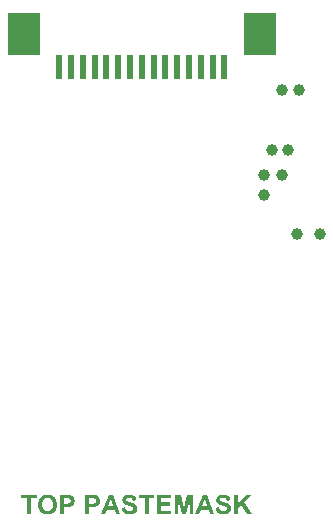
<source format=gtp>
G04*
G04 #@! TF.GenerationSoftware,Altium Limited,Altium Designer,22.5.1 (42)*
G04*
G04 Layer_Color=8421504*
%FSLAX25Y25*%
%MOIN*%
G70*
G04*
G04 #@! TF.SameCoordinates,A2539C74-7FEE-43BD-A04A-5197B4AA8E51*
G04*
G04*
G04 #@! TF.FilePolarity,Positive*
G04*
G01*
G75*
%ADD12R,0.02402X0.07874*%
%ADD13R,0.10551X0.14173*%
%ADD14C,0.03937*%
G36*
X85687Y-68746D02*
X85789Y-68755D01*
X85909Y-68764D01*
X86030Y-68783D01*
X86168Y-68801D01*
X86464Y-68866D01*
X86612Y-68912D01*
X86760Y-68959D01*
X86908Y-69023D01*
X87047Y-69097D01*
X87177Y-69181D01*
X87297Y-69273D01*
X87306Y-69282D01*
X87325Y-69301D01*
X87352Y-69329D01*
X87389Y-69366D01*
X87436Y-69421D01*
X87491Y-69486D01*
X87547Y-69560D01*
X87611Y-69643D01*
X87667Y-69745D01*
X87722Y-69847D01*
X87778Y-69967D01*
X87824Y-70096D01*
X87870Y-70226D01*
X87907Y-70374D01*
X87935Y-70522D01*
X87944Y-70688D01*
X86649Y-70735D01*
Y-70725D01*
Y-70716D01*
X86631Y-70651D01*
X86612Y-70568D01*
X86575Y-70466D01*
X86529Y-70346D01*
X86464Y-70235D01*
X86381Y-70124D01*
X86289Y-70032D01*
X86279Y-70022D01*
X86242Y-69995D01*
X86178Y-69958D01*
X86085Y-69921D01*
X85974Y-69884D01*
X85835Y-69847D01*
X85669Y-69819D01*
X85475Y-69810D01*
X85382D01*
X85280Y-69819D01*
X85160Y-69837D01*
X85021Y-69865D01*
X84873Y-69911D01*
X84735Y-69967D01*
X84605Y-70050D01*
X84596Y-70059D01*
X84577Y-70078D01*
X84540Y-70106D01*
X84503Y-70152D01*
X84466Y-70207D01*
X84429Y-70281D01*
X84411Y-70355D01*
X84402Y-70448D01*
Y-70457D01*
Y-70485D01*
X84411Y-70531D01*
X84429Y-70577D01*
X84448Y-70642D01*
X84476Y-70707D01*
X84522Y-70772D01*
X84587Y-70836D01*
X84596Y-70846D01*
X84642Y-70873D01*
X84670Y-70892D01*
X84716Y-70910D01*
X84762Y-70938D01*
X84827Y-70966D01*
X84901Y-70994D01*
X84984Y-71031D01*
X85086Y-71068D01*
X85188Y-71105D01*
X85317Y-71142D01*
X85456Y-71179D01*
X85604Y-71216D01*
X85771Y-71262D01*
X85780D01*
X85817Y-71271D01*
X85863Y-71280D01*
X85928Y-71299D01*
X86002Y-71317D01*
X86094Y-71345D01*
X86196Y-71373D01*
X86298Y-71401D01*
X86520Y-71475D01*
X86751Y-71549D01*
X86973Y-71632D01*
X87066Y-71678D01*
X87158Y-71724D01*
X87167D01*
X87177Y-71734D01*
X87232Y-71771D01*
X87315Y-71826D01*
X87417Y-71900D01*
X87528Y-71993D01*
X87648Y-72104D01*
X87769Y-72233D01*
X87870Y-72381D01*
X87880Y-72400D01*
X87907Y-72455D01*
X87954Y-72538D01*
X88000Y-72659D01*
X88046Y-72807D01*
X88092Y-72982D01*
X88120Y-73177D01*
X88129Y-73399D01*
Y-73408D01*
Y-73426D01*
Y-73454D01*
Y-73491D01*
X88120Y-73537D01*
X88111Y-73602D01*
X88092Y-73732D01*
X88055Y-73898D01*
X88000Y-74074D01*
X87917Y-74250D01*
X87815Y-74435D01*
Y-74444D01*
X87796Y-74453D01*
X87759Y-74509D01*
X87685Y-74601D01*
X87593Y-74703D01*
X87473Y-74823D01*
X87315Y-74934D01*
X87149Y-75045D01*
X86945Y-75147D01*
X86936D01*
X86918Y-75156D01*
X86890Y-75165D01*
X86844Y-75184D01*
X86788Y-75202D01*
X86723Y-75221D01*
X86649Y-75239D01*
X86566Y-75258D01*
X86464Y-75286D01*
X86363Y-75304D01*
X86122Y-75341D01*
X85854Y-75369D01*
X85558Y-75378D01*
X85438D01*
X85354Y-75369D01*
X85253Y-75360D01*
X85142Y-75350D01*
X85012Y-75332D01*
X84873Y-75304D01*
X84568Y-75239D01*
X84411Y-75193D01*
X84263Y-75147D01*
X84106Y-75082D01*
X83958Y-75008D01*
X83819Y-74925D01*
X83689Y-74823D01*
X83680Y-74814D01*
X83662Y-74795D01*
X83625Y-74768D01*
X83588Y-74721D01*
X83532Y-74657D01*
X83477Y-74583D01*
X83412Y-74499D01*
X83347Y-74407D01*
X83282Y-74296D01*
X83218Y-74176D01*
X83153Y-74037D01*
X83088Y-73889D01*
X83042Y-73732D01*
X82986Y-73556D01*
X82949Y-73371D01*
X82922Y-73177D01*
X84180Y-73056D01*
Y-73066D01*
X84189Y-73084D01*
Y-73121D01*
X84198Y-73158D01*
X84235Y-73269D01*
X84281Y-73408D01*
X84337Y-73565D01*
X84420Y-73722D01*
X84513Y-73861D01*
X84633Y-73991D01*
X84651Y-74000D01*
X84698Y-74037D01*
X84772Y-74083D01*
X84883Y-74139D01*
X85021Y-74194D01*
X85179Y-74240D01*
X85364Y-74277D01*
X85576Y-74287D01*
X85678D01*
X85789Y-74268D01*
X85928Y-74250D01*
X86076Y-74222D01*
X86233Y-74176D01*
X86381Y-74111D01*
X86511Y-74028D01*
X86529Y-74018D01*
X86566Y-73981D01*
X86612Y-73926D01*
X86677Y-73852D01*
X86733Y-73759D01*
X86788Y-73648D01*
X86825Y-73537D01*
X86834Y-73408D01*
Y-73399D01*
Y-73371D01*
X86825Y-73325D01*
X86816Y-73269D01*
X86797Y-73214D01*
X86779Y-73149D01*
X86742Y-73084D01*
X86696Y-73019D01*
X86686Y-73010D01*
X86668Y-72992D01*
X86640Y-72964D01*
X86594Y-72927D01*
X86529Y-72881D01*
X86446Y-72834D01*
X86353Y-72788D01*
X86233Y-72742D01*
X86224D01*
X86187Y-72723D01*
X86122Y-72705D01*
X86076Y-72686D01*
X86020Y-72677D01*
X85956Y-72659D01*
X85882Y-72631D01*
X85798Y-72612D01*
X85706Y-72585D01*
X85595Y-72557D01*
X85475Y-72529D01*
X85345Y-72492D01*
X85197Y-72455D01*
X85188D01*
X85151Y-72446D01*
X85095Y-72427D01*
X85031Y-72409D01*
X84947Y-72381D01*
X84846Y-72353D01*
X84744Y-72316D01*
X84624Y-72279D01*
X84383Y-72187D01*
X84152Y-72076D01*
X84032Y-72020D01*
X83930Y-71956D01*
X83828Y-71891D01*
X83745Y-71826D01*
X83736Y-71817D01*
X83717Y-71798D01*
X83689Y-71771D01*
X83652Y-71734D01*
X83606Y-71678D01*
X83560Y-71613D01*
X83504Y-71549D01*
X83458Y-71465D01*
X83347Y-71271D01*
X83255Y-71049D01*
X83218Y-70929D01*
X83190Y-70809D01*
X83171Y-70670D01*
X83162Y-70531D01*
Y-70522D01*
Y-70513D01*
Y-70485D01*
Y-70448D01*
X83181Y-70355D01*
X83199Y-70235D01*
X83227Y-70096D01*
X83273Y-69939D01*
X83338Y-69773D01*
X83430Y-69615D01*
Y-69606D01*
X83440Y-69597D01*
X83486Y-69541D01*
X83541Y-69467D01*
X83634Y-69375D01*
X83745Y-69273D01*
X83884Y-69162D01*
X84041Y-69060D01*
X84226Y-68968D01*
X84235D01*
X84254Y-68959D01*
X84281Y-68949D01*
X84318Y-68931D01*
X84374Y-68912D01*
X84429Y-68894D01*
X84503Y-68875D01*
X84587Y-68848D01*
X84772Y-68811D01*
X84984Y-68774D01*
X85225Y-68746D01*
X85493Y-68737D01*
X85604D01*
X85687Y-68746D01*
D02*
G37*
G36*
X54376D02*
X54478Y-68755D01*
X54598Y-68764D01*
X54718Y-68783D01*
X54857Y-68801D01*
X55153Y-68866D01*
X55301Y-68912D01*
X55449Y-68959D01*
X55597Y-69023D01*
X55736Y-69097D01*
X55865Y-69181D01*
X55986Y-69273D01*
X55995Y-69282D01*
X56013Y-69301D01*
X56041Y-69329D01*
X56078Y-69366D01*
X56124Y-69421D01*
X56180Y-69486D01*
X56235Y-69560D01*
X56300Y-69643D01*
X56356Y-69745D01*
X56411Y-69847D01*
X56467Y-69967D01*
X56513Y-70096D01*
X56559Y-70226D01*
X56596Y-70374D01*
X56624Y-70522D01*
X56633Y-70688D01*
X55338Y-70735D01*
Y-70725D01*
Y-70716D01*
X55320Y-70651D01*
X55301Y-70568D01*
X55264Y-70466D01*
X55218Y-70346D01*
X55153Y-70235D01*
X55070Y-70124D01*
X54977Y-70032D01*
X54968Y-70022D01*
X54931Y-69995D01*
X54866Y-69958D01*
X54774Y-69921D01*
X54663Y-69884D01*
X54524Y-69847D01*
X54358Y-69819D01*
X54163Y-69810D01*
X54071D01*
X53969Y-69819D01*
X53849Y-69837D01*
X53710Y-69865D01*
X53562Y-69911D01*
X53423Y-69967D01*
X53294Y-70050D01*
X53285Y-70059D01*
X53266Y-70078D01*
X53229Y-70106D01*
X53192Y-70152D01*
X53155Y-70207D01*
X53118Y-70281D01*
X53100Y-70355D01*
X53090Y-70448D01*
Y-70457D01*
Y-70485D01*
X53100Y-70531D01*
X53118Y-70577D01*
X53137Y-70642D01*
X53164Y-70707D01*
X53211Y-70772D01*
X53275Y-70836D01*
X53285Y-70846D01*
X53331Y-70873D01*
X53359Y-70892D01*
X53405Y-70910D01*
X53451Y-70938D01*
X53516Y-70966D01*
X53590Y-70994D01*
X53673Y-71031D01*
X53775Y-71068D01*
X53877Y-71105D01*
X54006Y-71142D01*
X54145Y-71179D01*
X54293Y-71216D01*
X54459Y-71262D01*
X54469D01*
X54506Y-71271D01*
X54552Y-71280D01*
X54617Y-71299D01*
X54691Y-71317D01*
X54783Y-71345D01*
X54885Y-71373D01*
X54987Y-71401D01*
X55209Y-71475D01*
X55440Y-71549D01*
X55662Y-71632D01*
X55754Y-71678D01*
X55847Y-71724D01*
X55856D01*
X55865Y-71734D01*
X55921Y-71771D01*
X56004Y-71826D01*
X56106Y-71900D01*
X56217Y-71993D01*
X56337Y-72104D01*
X56457Y-72233D01*
X56559Y-72381D01*
X56568Y-72400D01*
X56596Y-72455D01*
X56642Y-72538D01*
X56689Y-72659D01*
X56735Y-72807D01*
X56781Y-72982D01*
X56809Y-73177D01*
X56818Y-73399D01*
Y-73408D01*
Y-73426D01*
Y-73454D01*
Y-73491D01*
X56809Y-73537D01*
X56800Y-73602D01*
X56781Y-73732D01*
X56744Y-73898D01*
X56689Y-74074D01*
X56605Y-74250D01*
X56504Y-74435D01*
Y-74444D01*
X56485Y-74453D01*
X56448Y-74509D01*
X56374Y-74601D01*
X56282Y-74703D01*
X56161Y-74823D01*
X56004Y-74934D01*
X55838Y-75045D01*
X55634Y-75147D01*
X55625D01*
X55606Y-75156D01*
X55579Y-75165D01*
X55532Y-75184D01*
X55477Y-75202D01*
X55412Y-75221D01*
X55338Y-75239D01*
X55255Y-75258D01*
X55153Y-75286D01*
X55051Y-75304D01*
X54811Y-75341D01*
X54543Y-75369D01*
X54247Y-75378D01*
X54126D01*
X54043Y-75369D01*
X53941Y-75360D01*
X53830Y-75350D01*
X53701Y-75332D01*
X53562Y-75304D01*
X53257Y-75239D01*
X53100Y-75193D01*
X52952Y-75147D01*
X52794Y-75082D01*
X52646Y-75008D01*
X52508Y-74925D01*
X52378Y-74823D01*
X52369Y-74814D01*
X52350Y-74795D01*
X52313Y-74768D01*
X52276Y-74721D01*
X52221Y-74657D01*
X52165Y-74583D01*
X52101Y-74499D01*
X52036Y-74407D01*
X51971Y-74296D01*
X51906Y-74176D01*
X51842Y-74037D01*
X51777Y-73889D01*
X51731Y-73732D01*
X51675Y-73556D01*
X51638Y-73371D01*
X51610Y-73177D01*
X52868Y-73056D01*
Y-73066D01*
X52878Y-73084D01*
Y-73121D01*
X52887Y-73158D01*
X52924Y-73269D01*
X52970Y-73408D01*
X53026Y-73565D01*
X53109Y-73722D01*
X53201Y-73861D01*
X53322Y-73991D01*
X53340Y-74000D01*
X53386Y-74037D01*
X53460Y-74083D01*
X53571Y-74139D01*
X53710Y-74194D01*
X53867Y-74240D01*
X54052Y-74277D01*
X54265Y-74287D01*
X54367D01*
X54478Y-74268D01*
X54617Y-74250D01*
X54765Y-74222D01*
X54922Y-74176D01*
X55070Y-74111D01*
X55199Y-74028D01*
X55218Y-74018D01*
X55255Y-73981D01*
X55301Y-73926D01*
X55366Y-73852D01*
X55421Y-73759D01*
X55477Y-73648D01*
X55514Y-73537D01*
X55523Y-73408D01*
Y-73399D01*
Y-73371D01*
X55514Y-73325D01*
X55505Y-73269D01*
X55486Y-73214D01*
X55468Y-73149D01*
X55431Y-73084D01*
X55384Y-73019D01*
X55375Y-73010D01*
X55357Y-72992D01*
X55329Y-72964D01*
X55283Y-72927D01*
X55218Y-72881D01*
X55135Y-72834D01*
X55042Y-72788D01*
X54922Y-72742D01*
X54913D01*
X54876Y-72723D01*
X54811Y-72705D01*
X54765Y-72686D01*
X54709Y-72677D01*
X54644Y-72659D01*
X54570Y-72631D01*
X54487Y-72612D01*
X54395Y-72585D01*
X54284Y-72557D01*
X54163Y-72529D01*
X54034Y-72492D01*
X53886Y-72455D01*
X53877D01*
X53840Y-72446D01*
X53784Y-72427D01*
X53719Y-72409D01*
X53636Y-72381D01*
X53534Y-72353D01*
X53433Y-72316D01*
X53312Y-72279D01*
X53072Y-72187D01*
X52841Y-72076D01*
X52720Y-72020D01*
X52619Y-71956D01*
X52517Y-71891D01*
X52434Y-71826D01*
X52424Y-71817D01*
X52406Y-71798D01*
X52378Y-71771D01*
X52341Y-71734D01*
X52295Y-71678D01*
X52249Y-71613D01*
X52193Y-71549D01*
X52147Y-71465D01*
X52036Y-71271D01*
X51943Y-71049D01*
X51906Y-70929D01*
X51879Y-70809D01*
X51860Y-70670D01*
X51851Y-70531D01*
Y-70522D01*
Y-70513D01*
Y-70485D01*
Y-70448D01*
X51869Y-70355D01*
X51888Y-70235D01*
X51916Y-70096D01*
X51962Y-69939D01*
X52027Y-69773D01*
X52119Y-69615D01*
Y-69606D01*
X52128Y-69597D01*
X52175Y-69541D01*
X52230Y-69467D01*
X52323Y-69375D01*
X52434Y-69273D01*
X52572Y-69162D01*
X52730Y-69060D01*
X52915Y-68968D01*
X52924D01*
X52942Y-68959D01*
X52970Y-68949D01*
X53007Y-68931D01*
X53063Y-68912D01*
X53118Y-68894D01*
X53192Y-68875D01*
X53275Y-68848D01*
X53460Y-68811D01*
X53673Y-68774D01*
X53914Y-68746D01*
X54182Y-68737D01*
X54293D01*
X54376Y-68746D01*
D02*
G37*
G36*
X92468Y-71354D02*
X95011Y-75258D01*
X93337D01*
X91570Y-72252D01*
X90525Y-73325D01*
Y-75258D01*
X89230D01*
Y-68857D01*
X90525D01*
Y-71706D01*
X93152Y-68857D01*
X94891D01*
X92468Y-71354D01*
D02*
G37*
G36*
X75494Y-75258D02*
X74301D01*
X74291Y-70226D01*
X73033Y-75258D01*
X71785D01*
X70527Y-70226D01*
Y-75258D01*
X69333D01*
Y-68857D01*
X71267D01*
X72414Y-73232D01*
X73551Y-68857D01*
X75494D01*
Y-75258D01*
D02*
G37*
G36*
X82570D02*
X81173D01*
X80618Y-73806D01*
X78047D01*
X77520Y-75258D01*
X76151D01*
X78630Y-68857D01*
X79999D01*
X82570Y-75258D01*
D02*
G37*
G36*
X68131Y-69939D02*
X64681D01*
Y-71354D01*
X67890D01*
Y-72437D01*
X64681D01*
Y-74176D01*
X68251D01*
Y-75258D01*
X63386D01*
Y-68857D01*
X68131D01*
Y-69939D01*
D02*
G37*
G36*
X62544D02*
X60657D01*
Y-75258D01*
X59362D01*
Y-69939D01*
X57466D01*
Y-68857D01*
X62544D01*
Y-69939D01*
D02*
G37*
G36*
X51259Y-75258D02*
X49862D01*
X49307Y-73806D01*
X46736Y-73806D01*
X46208Y-75258D01*
X44839D01*
X47318Y-68857D01*
X48687D01*
X51259Y-75258D01*
D02*
G37*
G36*
X41990Y-68866D02*
X42231D01*
X42490Y-68885D01*
X42749Y-68903D01*
X42860Y-68913D01*
X42971Y-68922D01*
X43063Y-68940D01*
X43137Y-68959D01*
X43147D01*
X43165Y-68968D01*
X43193Y-68977D01*
X43230Y-68986D01*
X43332Y-69033D01*
X43461Y-69088D01*
X43600Y-69172D01*
X43757Y-69282D01*
X43905Y-69421D01*
X44053Y-69588D01*
Y-69597D01*
X44072Y-69606D01*
X44090Y-69634D01*
X44109Y-69671D01*
X44146Y-69726D01*
X44173Y-69782D01*
X44210Y-69847D01*
X44247Y-69921D01*
X44312Y-70106D01*
X44377Y-70309D01*
X44414Y-70559D01*
X44432Y-70827D01*
Y-70837D01*
Y-70855D01*
Y-70883D01*
Y-70929D01*
X44423Y-70975D01*
Y-71040D01*
X44405Y-71169D01*
X44377Y-71327D01*
X44340Y-71502D01*
X44284Y-71669D01*
X44210Y-71826D01*
X44201Y-71845D01*
X44173Y-71891D01*
X44127Y-71965D01*
X44062Y-72057D01*
X43988Y-72150D01*
X43887Y-72261D01*
X43785Y-72363D01*
X43665Y-72455D01*
X43646Y-72464D01*
X43609Y-72492D01*
X43544Y-72529D01*
X43461Y-72575D01*
X43359Y-72631D01*
X43248Y-72677D01*
X43128Y-72724D01*
X42999Y-72760D01*
X42980D01*
X42952Y-72770D01*
X42915D01*
X42869Y-72779D01*
X42804Y-72788D01*
X42740Y-72798D01*
X42656D01*
X42573Y-72807D01*
X42471Y-72816D01*
X42360Y-72825D01*
X42240Y-72834D01*
X42111D01*
X41972Y-72844D01*
X40825D01*
Y-75258D01*
X39530D01*
Y-68857D01*
X41889D01*
X41990Y-68866D01*
D02*
G37*
G36*
X33536D02*
X33776D01*
X34035Y-68885D01*
X34294Y-68903D01*
X34405Y-68913D01*
X34516Y-68922D01*
X34609Y-68940D01*
X34683Y-68959D01*
X34692D01*
X34711Y-68968D01*
X34738Y-68977D01*
X34775Y-68986D01*
X34877Y-69033D01*
X35007Y-69088D01*
X35145Y-69172D01*
X35303Y-69282D01*
X35451Y-69421D01*
X35599Y-69588D01*
Y-69597D01*
X35617Y-69606D01*
X35636Y-69634D01*
X35654Y-69671D01*
X35691Y-69726D01*
X35719Y-69782D01*
X35756Y-69847D01*
X35793Y-69921D01*
X35858Y-70106D01*
X35922Y-70309D01*
X35959Y-70559D01*
X35978Y-70827D01*
Y-70837D01*
Y-70855D01*
Y-70883D01*
Y-70929D01*
X35969Y-70975D01*
Y-71040D01*
X35950Y-71169D01*
X35922Y-71327D01*
X35885Y-71502D01*
X35830Y-71669D01*
X35756Y-71826D01*
X35747Y-71845D01*
X35719Y-71891D01*
X35673Y-71965D01*
X35608Y-72057D01*
X35534Y-72150D01*
X35432Y-72261D01*
X35330Y-72363D01*
X35210Y-72455D01*
X35192Y-72464D01*
X35155Y-72492D01*
X35090Y-72529D01*
X35007Y-72575D01*
X34905Y-72631D01*
X34794Y-72677D01*
X34674Y-72724D01*
X34544Y-72760D01*
X34526D01*
X34498Y-72770D01*
X34461D01*
X34415Y-72779D01*
X34350Y-72788D01*
X34285Y-72798D01*
X34202D01*
X34119Y-72807D01*
X34017Y-72816D01*
X33906Y-72825D01*
X33786Y-72834D01*
X33656D01*
X33517Y-72844D01*
X32370D01*
Y-75258D01*
X31075D01*
Y-68857D01*
X33434D01*
X33536Y-68866D01*
D02*
G37*
G36*
X23278Y-69939D02*
X21391D01*
Y-75258D01*
X20096D01*
Y-69939D01*
X18199D01*
Y-68857D01*
X23278D01*
Y-69939D01*
D02*
G37*
G36*
X27079Y-68746D02*
X27172D01*
X27292Y-68764D01*
X27431Y-68783D01*
X27588Y-68811D01*
X27755Y-68848D01*
X27930Y-68894D01*
X28115Y-68950D01*
X28300Y-69024D01*
X28495Y-69107D01*
X28680Y-69209D01*
X28865Y-69329D01*
X29040Y-69467D01*
X29207Y-69625D01*
X29216Y-69634D01*
X29244Y-69662D01*
X29290Y-69717D01*
X29336Y-69782D01*
X29401Y-69875D01*
X29475Y-69986D01*
X29549Y-70115D01*
X29632Y-70263D01*
X29716Y-70420D01*
X29790Y-70605D01*
X29864Y-70809D01*
X29928Y-71021D01*
X29984Y-71262D01*
X30021Y-71512D01*
X30049Y-71780D01*
X30058Y-72067D01*
Y-72085D01*
Y-72131D01*
X30049Y-72215D01*
Y-72326D01*
X30030Y-72455D01*
X30012Y-72603D01*
X29984Y-72779D01*
X29956Y-72955D01*
X29910Y-73149D01*
X29854Y-73352D01*
X29780Y-73556D01*
X29697Y-73760D01*
X29605Y-73954D01*
X29484Y-74148D01*
X29355Y-74333D01*
X29207Y-74509D01*
X29198Y-74518D01*
X29170Y-74546D01*
X29124Y-74592D01*
X29050Y-74647D01*
X28966Y-74712D01*
X28865Y-74786D01*
X28744Y-74860D01*
X28615Y-74943D01*
X28458Y-75027D01*
X28291Y-75101D01*
X28106Y-75175D01*
X27903Y-75239D01*
X27690Y-75295D01*
X27459Y-75341D01*
X27218Y-75369D01*
X26959Y-75378D01*
X26894D01*
X26820Y-75369D01*
X26728Y-75360D01*
X26608Y-75350D01*
X26469Y-75332D01*
X26312Y-75304D01*
X26145Y-75267D01*
X25960Y-75221D01*
X25784Y-75165D01*
X25590Y-75091D01*
X25405Y-75008D01*
X25211Y-74916D01*
X25035Y-74796D01*
X24859Y-74666D01*
X24693Y-74509D01*
X24684Y-74499D01*
X24656Y-74472D01*
X24619Y-74416D01*
X24563Y-74351D01*
X24499Y-74259D01*
X24425Y-74148D01*
X24351Y-74028D01*
X24277Y-73880D01*
X24193Y-73722D01*
X24119Y-73537D01*
X24045Y-73343D01*
X23981Y-73130D01*
X23925Y-72899D01*
X23888Y-72650D01*
X23860Y-72381D01*
X23851Y-72104D01*
Y-72094D01*
Y-72057D01*
Y-72011D01*
X23860Y-71937D01*
Y-71854D01*
X23870Y-71762D01*
X23879Y-71650D01*
X23888Y-71530D01*
X23925Y-71271D01*
X23971Y-70994D01*
X24045Y-70716D01*
X24138Y-70457D01*
Y-70448D01*
X24147Y-70439D01*
X24166Y-70411D01*
X24175Y-70374D01*
X24230Y-70281D01*
X24295Y-70161D01*
X24378Y-70022D01*
X24480Y-69884D01*
X24600Y-69726D01*
X24730Y-69578D01*
X24739Y-69569D01*
X24748Y-69560D01*
X24795Y-69514D01*
X24878Y-69440D01*
X24980Y-69356D01*
X25100Y-69264D01*
X25239Y-69162D01*
X25396Y-69070D01*
X25562Y-68996D01*
X25572D01*
X25590Y-68986D01*
X25627Y-68968D01*
X25673Y-68959D01*
X25729Y-68931D01*
X25794Y-68913D01*
X25877Y-68894D01*
X25960Y-68866D01*
X26164Y-68820D01*
X26395Y-68774D01*
X26663Y-68746D01*
X26941Y-68737D01*
X27005D01*
X27079Y-68746D01*
D02*
G37*
%LPC*%
G36*
X79305Y-70346D02*
X78435Y-72723D01*
X80202D01*
X79305Y-70346D01*
D02*
G37*
G36*
X47994D02*
X47124Y-72723D01*
X48891D01*
X47994Y-70346D01*
D02*
G37*
G36*
X41787Y-69939D02*
X40825D01*
Y-71762D01*
X41713D01*
X41778Y-71752D01*
X41944D01*
X42111Y-71743D01*
X42277Y-71724D01*
X42425Y-71697D01*
X42490Y-71688D01*
X42545Y-71669D01*
X42555Y-71660D01*
X42592Y-71650D01*
X42638Y-71623D01*
X42693Y-71595D01*
X42758Y-71549D01*
X42823Y-71493D01*
X42897Y-71428D01*
X42952Y-71354D01*
X42962Y-71345D01*
X42980Y-71317D01*
X42999Y-71271D01*
X43026Y-71206D01*
X43054Y-71132D01*
X43082Y-71049D01*
X43091Y-70957D01*
X43100Y-70855D01*
Y-70837D01*
Y-70799D01*
X43091Y-70735D01*
X43073Y-70651D01*
X43045Y-70559D01*
X43008Y-70457D01*
X42962Y-70365D01*
X42888Y-70272D01*
X42878Y-70263D01*
X42851Y-70235D01*
X42804Y-70198D01*
X42749Y-70152D01*
X42675Y-70096D01*
X42582Y-70050D01*
X42481Y-70013D01*
X42370Y-69986D01*
X42360D01*
X42323Y-69976D01*
X42259Y-69967D01*
X42166Y-69958D01*
X42046D01*
X41963Y-69949D01*
X41879D01*
X41787Y-69939D01*
D02*
G37*
G36*
X33332D02*
X32370D01*
Y-71762D01*
X33258D01*
X33323Y-71752D01*
X33490D01*
X33656Y-71743D01*
X33823Y-71724D01*
X33971Y-71697D01*
X34035Y-71688D01*
X34091Y-71669D01*
X34100Y-71660D01*
X34137Y-71650D01*
X34183Y-71623D01*
X34239Y-71595D01*
X34304Y-71549D01*
X34368Y-71493D01*
X34442Y-71428D01*
X34498Y-71354D01*
X34507Y-71345D01*
X34526Y-71317D01*
X34544Y-71271D01*
X34572Y-71206D01*
X34600Y-71132D01*
X34627Y-71049D01*
X34637Y-70957D01*
X34646Y-70855D01*
Y-70837D01*
Y-70799D01*
X34637Y-70735D01*
X34618Y-70651D01*
X34590Y-70559D01*
X34553Y-70457D01*
X34507Y-70365D01*
X34433Y-70272D01*
X34424Y-70263D01*
X34396Y-70235D01*
X34350Y-70198D01*
X34294Y-70152D01*
X34220Y-70096D01*
X34128Y-70050D01*
X34026Y-70013D01*
X33915Y-69986D01*
X33906D01*
X33869Y-69976D01*
X33804Y-69967D01*
X33712Y-69958D01*
X33591D01*
X33508Y-69949D01*
X33425D01*
X33332Y-69939D01*
D02*
G37*
G36*
X26959Y-69837D02*
X26885D01*
X26830Y-69847D01*
X26756Y-69856D01*
X26682Y-69865D01*
X26497Y-69902D01*
X26293Y-69976D01*
X26182Y-70013D01*
X26071Y-70069D01*
X25969Y-70134D01*
X25858Y-70207D01*
X25757Y-70291D01*
X25664Y-70392D01*
X25655Y-70402D01*
X25646Y-70420D01*
X25618Y-70448D01*
X25590Y-70494D01*
X25553Y-70559D01*
X25516Y-70624D01*
X25470Y-70707D01*
X25424Y-70809D01*
X25377Y-70920D01*
X25331Y-71040D01*
X25294Y-71179D01*
X25257Y-71327D01*
X25229Y-71493D01*
X25202Y-71669D01*
X25192Y-71854D01*
X25183Y-72057D01*
Y-72067D01*
Y-72104D01*
Y-72159D01*
X25192Y-72233D01*
X25202Y-72326D01*
X25211Y-72437D01*
X25229Y-72548D01*
X25248Y-72677D01*
X25303Y-72945D01*
X25396Y-73214D01*
X25451Y-73352D01*
X25516Y-73482D01*
X25599Y-73602D01*
X25683Y-73713D01*
X25692Y-73722D01*
X25710Y-73741D01*
X25738Y-73769D01*
X25775Y-73796D01*
X25821Y-73843D01*
X25886Y-73889D01*
X25951Y-73944D01*
X26034Y-73991D01*
X26210Y-74102D01*
X26432Y-74185D01*
X26552Y-74222D01*
X26682Y-74250D01*
X26820Y-74268D01*
X26959Y-74277D01*
X27033D01*
X27089Y-74268D01*
X27153Y-74259D01*
X27227Y-74250D01*
X27403Y-74203D01*
X27607Y-74139D01*
X27708Y-74092D01*
X27819Y-74046D01*
X27921Y-73981D01*
X28032Y-73907D01*
X28134Y-73824D01*
X28226Y-73722D01*
X28236Y-73713D01*
X28245Y-73695D01*
X28273Y-73667D01*
X28300Y-73621D01*
X28347Y-73556D01*
X28384Y-73482D01*
X28430Y-73399D01*
X28476Y-73297D01*
X28522Y-73186D01*
X28569Y-73066D01*
X28615Y-72927D01*
X28652Y-72770D01*
X28680Y-72613D01*
X28707Y-72437D01*
X28717Y-72242D01*
X28726Y-72039D01*
Y-72030D01*
Y-71993D01*
Y-71937D01*
X28717Y-71854D01*
X28707Y-71762D01*
X28698Y-71660D01*
X28689Y-71539D01*
X28661Y-71419D01*
X28606Y-71151D01*
X28522Y-70873D01*
X28467Y-70735D01*
X28402Y-70614D01*
X28319Y-70494D01*
X28236Y-70383D01*
X28226Y-70374D01*
X28217Y-70355D01*
X28189Y-70337D01*
X28152Y-70300D01*
X28097Y-70254D01*
X28041Y-70207D01*
X27977Y-70161D01*
X27893Y-70106D01*
X27810Y-70060D01*
X27708Y-70013D01*
X27496Y-69921D01*
X27375Y-69884D01*
X27246Y-69865D01*
X27107Y-69847D01*
X26959Y-69837D01*
D02*
G37*
%LPD*%
D12*
X30796Y73802D02*
D03*
X34733D02*
D03*
X38671D02*
D03*
X42608D02*
D03*
X46545D02*
D03*
X50481D02*
D03*
X54418D02*
D03*
X58355D02*
D03*
X62292D02*
D03*
X85915D02*
D03*
X81977D02*
D03*
X78040D02*
D03*
X66229D02*
D03*
X74103D02*
D03*
X70166D02*
D03*
D13*
X97686Y84826D02*
D03*
X19025D02*
D03*
D14*
X105177Y66168D02*
D03*
Y37668D02*
D03*
X117677Y18168D02*
D03*
X99177Y31168D02*
D03*
X110177Y18168D02*
D03*
X99177Y37668D02*
D03*
X107177Y46168D02*
D03*
X101677D02*
D03*
X110677Y66168D02*
D03*
M02*

</source>
